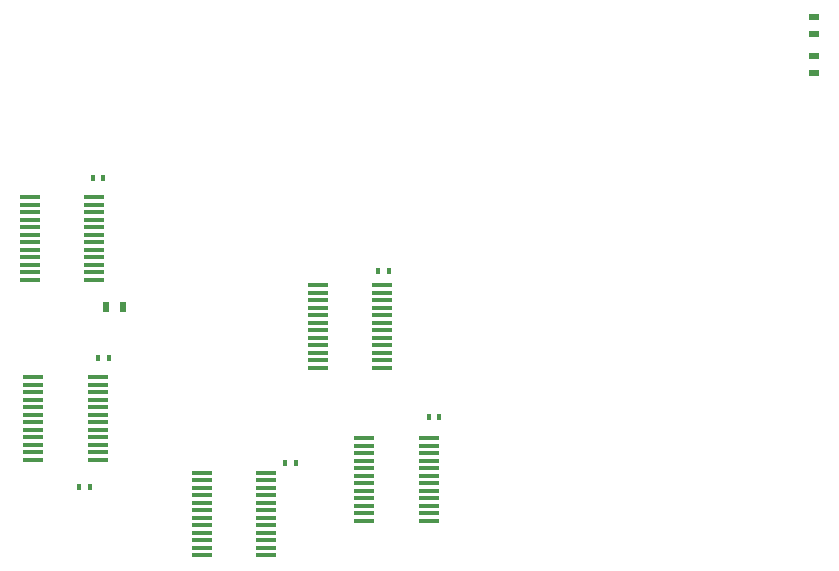
<source format=gtp>
G04 #@! TF.FileFunction,Paste,Top*
%FSLAX46Y46*%
G04 Gerber Fmt 4.6, Leading zero omitted, Abs format (unit mm)*
G04 Created by KiCad (PCBNEW 4.0.1-stable) date 2/9/2017 10:22:46 PM*
%MOMM*%
G01*
G04 APERTURE LIST*
%ADD10C,0.100000*%
%ADD11R,1.651000X0.381000*%
%ADD12R,0.400000X0.600000*%
%ADD13R,0.900000X0.500000*%
%ADD14R,0.500000X0.900000*%
G04 APERTURE END LIST*
D10*
D11*
X-17297400Y12801600D03*
X-17297400Y12166600D03*
X-17297400Y11531600D03*
X-17297400Y10896600D03*
X-17297400Y10261600D03*
X-17297400Y9626600D03*
X-17297400Y8991600D03*
X-17297400Y8356600D03*
X-17297400Y7721600D03*
X-17297400Y7086600D03*
X-17297400Y6451600D03*
X-17297400Y5816600D03*
X-11836400Y5816600D03*
X-11836400Y6451600D03*
X-11836400Y7086600D03*
X-11836400Y7721600D03*
X-11836400Y8356600D03*
X-11836400Y8991600D03*
X-11836400Y9626600D03*
X-11836400Y10261600D03*
X-11836400Y10896600D03*
X-11836400Y11531600D03*
X-11836400Y12166600D03*
X-11836400Y12801600D03*
X-16982440Y-2448560D03*
X-16982440Y-3083560D03*
X-16982440Y-3718560D03*
X-16982440Y-4353560D03*
X-16982440Y-4988560D03*
X-16982440Y-5623560D03*
X-16982440Y-6258560D03*
X-16982440Y-6893560D03*
X-16982440Y-7528560D03*
X-16982440Y-8163560D03*
X-16982440Y-8798560D03*
X-16982440Y-9433560D03*
X-11521440Y-9433560D03*
X-11521440Y-8798560D03*
X-11521440Y-8163560D03*
X-11521440Y-7528560D03*
X-11521440Y-6893560D03*
X-11521440Y-6258560D03*
X-11521440Y-5623560D03*
X-11521440Y-4988560D03*
X-11521440Y-4353560D03*
X-11521440Y-3718560D03*
X-11521440Y-3083560D03*
X-11521440Y-2448560D03*
X-2743200Y-10530840D03*
X-2743200Y-11165840D03*
X-2743200Y-11800840D03*
X-2743200Y-12435840D03*
X-2743200Y-13070840D03*
X-2743200Y-13705840D03*
X-2743200Y-14340840D03*
X-2743200Y-14975840D03*
X-2743200Y-15610840D03*
X-2743200Y-16245840D03*
X-2743200Y-16880840D03*
X-2743200Y-17515840D03*
X2717800Y-17515840D03*
X2717800Y-16880840D03*
X2717800Y-16245840D03*
X2717800Y-15610840D03*
X2717800Y-14975840D03*
X2717800Y-14340840D03*
X2717800Y-13705840D03*
X2717800Y-13070840D03*
X2717800Y-12435840D03*
X2717800Y-11800840D03*
X2717800Y-11165840D03*
X2717800Y-10530840D03*
X7071360Y5354320D03*
X7071360Y4719320D03*
X7071360Y4084320D03*
X7071360Y3449320D03*
X7071360Y2814320D03*
X7071360Y2179320D03*
X7071360Y1544320D03*
X7071360Y909320D03*
X7071360Y274320D03*
X7071360Y-360680D03*
X7071360Y-995680D03*
X7071360Y-1630680D03*
X12532360Y-1630680D03*
X12532360Y-995680D03*
X12532360Y-360680D03*
X12532360Y274320D03*
X12532360Y909320D03*
X12532360Y1544320D03*
X12532360Y2179320D03*
X12532360Y2814320D03*
X12532360Y3449320D03*
X12532360Y4084320D03*
X12532360Y4719320D03*
X12532360Y5354320D03*
X11008360Y-7630160D03*
X11008360Y-8265160D03*
X11008360Y-8900160D03*
X11008360Y-9535160D03*
X11008360Y-10170160D03*
X11008360Y-10805160D03*
X11008360Y-11440160D03*
X11008360Y-12075160D03*
X11008360Y-12710160D03*
X11008360Y-13345160D03*
X11008360Y-13980160D03*
X11008360Y-14615160D03*
X16469360Y-14615160D03*
X16469360Y-13980160D03*
X16469360Y-13345160D03*
X16469360Y-12710160D03*
X16469360Y-12075160D03*
X16469360Y-11440160D03*
X16469360Y-10805160D03*
X16469360Y-10170160D03*
X16469360Y-9535160D03*
X16469360Y-8900160D03*
X16469360Y-8265160D03*
X16469360Y-7630160D03*
D12*
X-11981600Y14452600D03*
X-11081600Y14452600D03*
X-11499000Y-787400D03*
X-10599000Y-787400D03*
X4325200Y-9753600D03*
X5225200Y-9753600D03*
X12224600Y6502400D03*
X13124600Y6502400D03*
X16466400Y-5842000D03*
X17366400Y-5842000D03*
X-12199200Y-11785600D03*
X-13099200Y-11785600D03*
D13*
X49072800Y24778400D03*
X49072800Y23278400D03*
D14*
X-9359200Y3454400D03*
X-10859200Y3454400D03*
D13*
X49072800Y28080400D03*
X49072800Y26580400D03*
M02*

</source>
